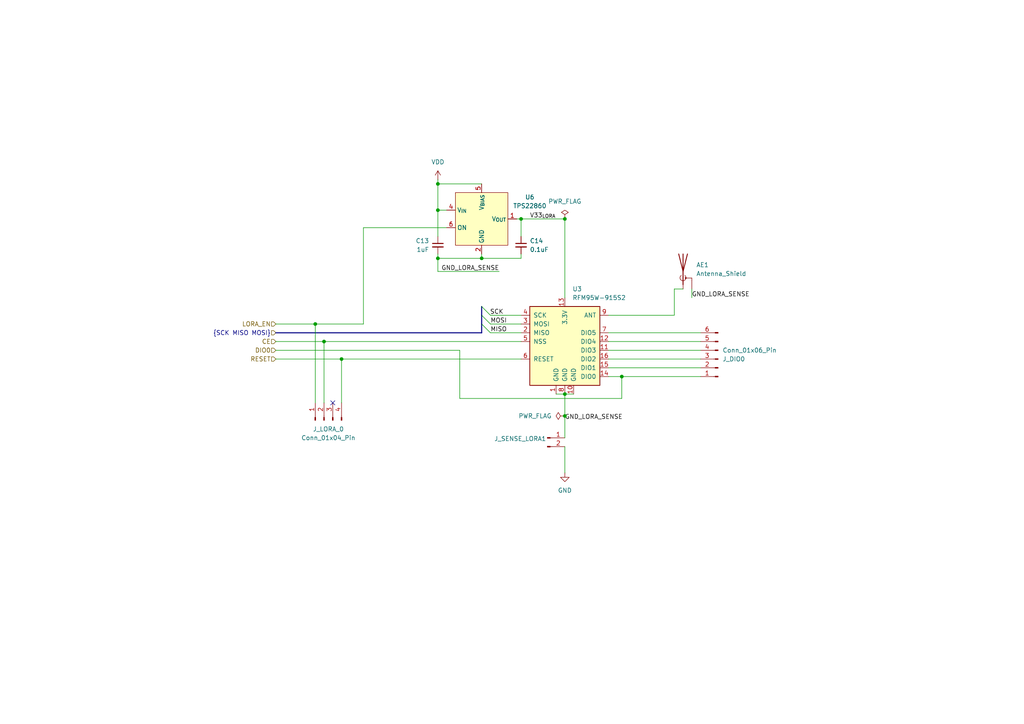
<source format=kicad_sch>
(kicad_sch (version 20231120) (generator "eeschema") (generator_version "8.0")
  (paper "A4")
  (lib_symbols
    (symbol "Connector:Conn_01x02_Pin" (pin_names (offset 1.016) hide)
      (property "Reference" "J" (at 0 2.54 0))
      (property "Value" "Conn_01x02_Pin" (at 0 -5.08 0))
      (symbol "Conn_01x02_Pin_1_1"
        (polyline (pts (xy 1.27 -2.54) (xy 0.8636 -2.54)) (stroke (width 0.1524)))
        (polyline (pts (xy 1.27 0) (xy 0.8636 0)) (stroke (width 0.1524)))
        (rectangle (start 0.8636 -2.413) (end 0 -2.667) (stroke (width 0.1524)) (fill (type outline)))
        (rectangle (start 0.8636 0.127) (end 0 -0.127) (stroke (width 0.1524)) (fill (type outline)))
        (pin passive line (at 5.08 0 180) (length 3.81) (name "Pin_1") (number "1"))
        (pin passive line (at 5.08 -2.54 180) (length 3.81) (name "Pin_2") (number "2"))
      )
    )
    (symbol "Connector:Conn_01x04_Pin" (pin_names (offset 1.016) hide)
      (property "Reference" "J" (at 0 5.08 0))
      (property "Value" "Conn_01x04_Pin" (at 0 -7.62 0))
      (symbol "Conn_01x04_Pin_1_1"
        (polyline (pts (xy 1.27 -5.08) (xy 0.8636 -5.08)) (stroke (width 0.1524)))
        (polyline (pts (xy 1.27 -2.54) (xy 0.8636 -2.54)) (stroke (width 0.1524)))
        (polyline (pts (xy 1.27 0) (xy 0.8636 0)) (stroke (width 0.1524)))
        (polyline (pts (xy 1.27 2.54) (xy 0.8636 2.54)) (stroke (width 0.1524)))
        (rectangle (start 0.8636 -4.953) (end 0 -5.207) (stroke (width 0.1524)) (fill (type outline)))
        (rectangle (start 0.8636 -2.413) (end 0 -2.667) (stroke (width 0.1524)) (fill (type outline)))
        (rectangle (start 0.8636 0.127) (end 0 -0.127) (stroke (width 0.1524)) (fill (type outline)))
        (rectangle (start 0.8636 2.667) (end 0 2.413) (stroke (width 0.1524)) (fill (type outline)))
        (pin passive line (at 5.08 2.54 180) (length 3.81) (name "Pin_1") (number "1"))
        (pin passive line (at 5.08 0 180) (length 3.81) (name "Pin_2") (number "2"))
        (pin passive line (at 5.08 -2.54 180) (length 3.81) (name "Pin_3") (number "3"))
        (pin passive line (at 5.08 -5.08 180) (length 3.81) (name "Pin_4") (number "4"))
      )
    )
    (symbol "Connector:Conn_01x06_Pin" (pin_names (offset 1.016) hide)
      (property "Reference" "J" (at 0 7.62 0))
      (property "Value" "Conn_01x06_Pin" (at 0 -10.16 0))
      (symbol "Conn_01x06_Pin_1_1"
        (polyline (pts (xy 1.27 -7.62) (xy 0.8636 -7.62)) (stroke (width 0.1524)))
        (polyline (pts (xy 1.27 -5.08) (xy 0.8636 -5.08)) (stroke (width 0.1524)))
        (polyline (pts (xy 1.27 -2.54) (xy 0.8636 -2.54)) (stroke (width 0.1524)))
        (polyline (pts (xy 1.27 0) (xy 0.8636 0)) (stroke (width 0.1524)))
        (polyline (pts (xy 1.27 2.54) (xy 0.8636 2.54)) (stroke (width 0.1524)))
        (polyline (pts (xy 1.27 5.08) (xy 0.8636 5.08)) (stroke (width 0.1524)))
        (rectangle (start 0.8636 -7.493) (end 0 -7.747) (stroke (width 0.1524)) (fill (type outline)))
        (rectangle (start 0.8636 -4.953) (end 0 -5.207) (stroke (width 0.1524)) (fill (type outline)))
        (rectangle (start 0.8636 -2.413) (end 0 -2.667) (stroke (width 0.1524)) (fill (type outline)))
        (rectangle (start 0.8636 0.127) (end 0 -0.127) (stroke (width 0.1524)) (fill (type outline)))
        (rectangle (start 0.8636 2.667) (end 0 2.413) (stroke (width 0.1524)) (fill (type outline)))
        (rectangle (start 0.8636 5.207) (end 0 4.953) (stroke (width 0.1524)) (fill (type outline)))
        (pin passive line (at 5.08 5.08 180) (length 3.81) (name "Pin_1") (number "1"))
        (pin passive line (at 5.08 2.54 180) (length 3.81) (name "Pin_2") (number "2"))
        (pin passive line (at 5.08 0 180) (length 3.81) (name "Pin_3") (number "3"))
        (pin passive line (at 5.08 -2.54 180) (length 3.81) (name "Pin_4") (number "4"))
        (pin passive line (at 5.08 -5.08 180) (length 3.81) (name "Pin_5") (number "5"))
        (pin passive line (at 5.08 -7.62 180) (length 3.81) (name "Pin_6") (number "6"))
      )
    )
    (symbol "Device:Antenna_Shield" (pin_numbers hide) (pin_names (offset 1.016) hide)
      (property "Reference" "AE" (at -1.905 4.445 0))
      (property "Value" "Antenna_Shield" (at -1.905 2.54 0))
      (symbol "Antenna_Shield_0_1"
        (arc (start -0.508 -1.143) (mid -0.8429 -2.1194) (end 0 -2.667))
        (arc (start 0 -2.667) (mid 0.7989 -2.1052) (end 0.508 -1.143))
        (polyline (pts (xy 0 -2.54) (xy 0 0)))
        (polyline (pts (xy 0 5.08) (xy 0 -3.81)) (stroke (width 0.254)))
        (polyline (pts (xy 0.762 -1.905) (xy 2.54 -1.905)))
        (polyline (pts (xy 2.54 -2.54) (xy 2.54 -1.905)))
        (polyline (pts (xy 1.27 5.08) (xy 0 0) (xy -1.27 5.08)) (stroke (width 0.254)))
        (circle (center 0.762 -1.905) (radius 0.1778) (fill (type outline)))
      )
      (symbol "Antenna_Shield_1_1"
        (pin input line (at 0 -5.08 90) (length 2.54) (name "A") (number "1"))
        (pin input line (at 2.54 -5.08 90) (length 2.54) (name "Shield") (number "2"))
      )
    )
    (symbol "Device:C_Small" (pin_numbers hide) (pin_names (offset 0.254) hide)
      (property "Reference" "C" (at 0.254 1.778 0))
      (property "Value" "C_Small" (at 0.254 -2.032 0))
      (symbol "C_Small_0_1"
        (polyline (pts (xy -1.524 -0.508) (xy 1.524 -0.508)) (stroke (width 0.3302)))
        (polyline (pts (xy -1.524 0.508) (xy 1.524 0.508)) (stroke (width 0.3048)))
      )
      (symbol "C_Small_1_1"
        (pin passive line (at 0 2.54 270) (length 2.032) (name "~") (number "1"))
        (pin passive line (at 0 -2.54 90) (length 2.032) (name "~") (number "2"))
      )
    )
    (symbol "Marcano_Voltage_Regulator:TPS22860"
      (property "Reference" "U" (at 0 0 0))
      (property "Value" "TPS22860" (at -7.62 12.7 0))
      (symbol "TPS22860_1_1"
        (rectangle (start -7.62 7.62) (end 7.62 -7.62) (fill (type background)))
        (pin passive line (at 10.16 0 180) (length 2.54) (name "V_{OUT}") (number "1"))
        (pin power_in line (at 0 -10.16 90) (length 2.54) (name "GND") (number "2"))
        (pin no_connect line (at 10.16 -2.54 180) (length 2.54) hide (name "") (number "3"))
        (pin passive line (at -10.16 2.54 0) (length 2.54) (name "V_{IN}") (number "4"))
        (pin power_in line (at 0 10.16 270) (length 2.54) (name "V_{BIAS}") (number "5"))
        (pin input line (at -10.16 -2.54 0) (length 2.54) (name "ON") (number "6"))
      )
    )
    (symbol "RF_Module:RFM95W-915S2" (pin_names (offset 1.016))
      (property "Reference" "U" (at -10.414 11.684 0))
      (property "Value" "RFM95W-915S2" (at 1.524 11.43 0))
      (symbol "RFM95W-915S2_0_1"
        (rectangle (start -10.16 10.16) (end 10.16 -12.7) (stroke (width 0.254)) (fill (type background)))
      )
      (symbol "RFM95W-915S2_1_1"
        (pin power_in line (at -2.54 -15.24 90) (length 2.54) (name "GND") (number "1"))
        (pin power_in line (at 2.54 -15.24 90) (length 2.54) (name "GND") (number "10"))
        (pin bidirectional line (at 12.7 -2.54 180) (length 2.54) (name "DIO3") (number "11"))
        (pin bidirectional line (at 12.7 0 180) (length 2.54) (name "DIO4") (number "12"))
        (pin power_in line (at 0 12.7 270) (length 2.54) (name "3.3V") (number "13"))
        (pin bidirectional line (at 12.7 -10.16 180) (length 2.54) (name "DIO0") (number "14"))
        (pin bidirectional line (at 12.7 -7.62 180) (length 2.54) (name "DIO1") (number "15"))
        (pin bidirectional line (at 12.7 -5.08 180) (length 2.54) (name "DIO2") (number "16"))
        (pin output line (at -12.7 2.54 0) (length 2.54) (name "MISO") (number "2"))
        (pin input line (at -12.7 5.08 0) (length 2.54) (name "MOSI") (number "3"))
        (pin input line (at -12.7 7.62 0) (length 2.54) (name "SCK") (number "4"))
        (pin input line (at -12.7 0 0) (length 2.54) (name "NSS") (number "5"))
        (pin bidirectional line (at -12.7 -5.08 0) (length 2.54) (name "RESET") (number "6"))
        (pin bidirectional line (at 12.7 2.54 180) (length 2.54) (name "DIO5") (number "7"))
        (pin power_in line (at 0 -15.24 90) (length 2.54) (name "GND") (number "8"))
        (pin bidirectional line (at 12.7 7.62 180) (length 2.54) (name "ANT") (number "9"))
      )
    )
    (symbol "power:GND" (power) (pin_numbers hide) (pin_names (offset 0) hide)
      (property "Value" "GND" (at 0 -3.81 0))
      (symbol "GND_0_1"
        (polyline (pts (xy 0 0) (xy 0 -1.27) (xy 1.27 -1.27) (xy 0 -2.54) (xy -1.27 -1.27) (xy 0 -1.27)))
      )
      (symbol "GND_1_1"
        (pin power_in line (at 0 0 270) (length 0) (name "~") (number "1"))
      )
    )
    (symbol "power:PWR_FLAG" (power) (pin_numbers hide) (pin_names (offset 0) hide)
      (property "Value" "PWR_FLAG" (at 0 3.81 0))
      (symbol "PWR_FLAG_0_0"
        (pin power_out line (at 0 0 90) (length 0) (name "~") (number "1"))
      )
      (symbol "PWR_FLAG_0_1"
        (polyline (pts (xy 0 0) (xy 0 1.27) (xy -1.016 1.905) (xy 0 2.54) (xy 1.016 1.905) (xy 0 1.27)))
      )
    )
    (symbol "power:VDD" (power) (pin_numbers hide) (pin_names (offset 0) hide)
      (property "Value" "VDD" (at 0 3.556 0))
      (symbol "VDD_0_1"
        (polyline (pts (xy -0.762 1.27) (xy 0 2.54)))
        (polyline (pts (xy 0 0) (xy 0 2.54)))
        (polyline (pts (xy 0 2.54) (xy 0.762 1.27)))
      )
      (symbol "VDD_1_1"
        (pin power_in line (at 0 0 90) (length 0) (name "~") (number "1"))
      )
    )
  )
  (junction (at 91.44 93.98))
  (junction (at 139.7 74.93))
  (junction (at 127 74.93))
  (junction (at 127 53.34))
  (junction (at 127 60.96))
  (junction (at 93.98 99.06))
  (junction (at 163.83 114.3))
  (junction (at 99.06 104.14))
  (junction (at 180.34 109.22))
  (junction (at 163.83 120.65))
  (junction (at 163.83 63.5))
  (junction (at 151.13 63.5))
  (no_connect (at 96.52 116.84))
  (bus_entry (at 139.7 88.9) (size 2.54 2.54))
  (bus_entry (at 139.7 93.98) (size 2.54 2.54))
  (bus_entry (at 139.7 91.44) (size 2.54 2.54))
  (wire (pts (xy 151.13 63.5) (xy 151.13 68.58)))
  (wire (pts (xy 133.35 115.57) (xy 180.34 115.57)))
  (wire (pts (xy 163.83 114.3) (xy 163.83 120.65)))
  (wire (pts (xy 127 52.07) (xy 127 53.34)))
  (wire (pts (xy 142.24 96.52) (xy 151.13 96.52)))
  (wire (pts (xy 180.34 109.22) (xy 176.53 109.22)))
  (wire (pts (xy 93.98 99.06) (xy 151.13 99.06)))
  (wire (pts (xy 176.53 96.52) (xy 203.2 96.52)))
  (wire (pts (xy 80.01 93.98) (xy 91.44 93.98)))
  (wire (pts (xy 142.24 91.44) (xy 151.13 91.44)))
  (wire (pts (xy 163.83 114.3) (xy 166.37 114.3)))
  (wire (pts (xy 127 53.34) (xy 139.7 53.34)))
  (wire (pts (xy 180.34 109.22) (xy 203.2 109.22)))
  (wire (pts (xy 180.34 115.57) (xy 180.34 109.22)))
  (wire (pts (xy 80.01 104.14) (xy 99.06 104.14)))
  (bus (pts (xy 139.7 88.9) (xy 139.7 91.44)))
  (wire (pts (xy 93.98 99.06) (xy 93.98 116.84)))
  (wire (pts (xy 151.13 73.66) (xy 151.13 74.93)))
  (wire (pts (xy 127 53.34) (xy 127 60.96)))
  (wire (pts (xy 176.53 106.68) (xy 203.2 106.68)))
  (wire (pts (xy 91.44 93.98) (xy 105.41 93.98)))
  (bus (pts (xy 139.7 96.52) (xy 139.7 93.98)))
  (wire (pts (xy 127 74.93) (xy 139.7 74.93)))
  (wire (pts (xy 195.58 83.82) (xy 198.12 83.82)))
  (wire (pts (xy 139.7 74.93) (xy 151.13 74.93)))
  (wire (pts (xy 99.06 104.14) (xy 99.06 116.84)))
  (wire (pts (xy 133.35 101.6) (xy 133.35 115.57)))
  (wire (pts (xy 151.13 63.5) (xy 163.83 63.5)))
  (wire (pts (xy 127 60.96) (xy 127 68.58)))
  (wire (pts (xy 91.44 93.98) (xy 91.44 116.84)))
  (wire (pts (xy 99.06 104.14) (xy 151.13 104.14)))
  (wire (pts (xy 127 60.96) (xy 129.54 60.96)))
  (wire (pts (xy 195.58 91.44) (xy 195.58 83.82)))
  (wire (pts (xy 200.66 83.82) (xy 200.66 86.36)))
  (wire (pts (xy 80.01 101.6) (xy 133.35 101.6)))
  (wire (pts (xy 149.86 63.5) (xy 151.13 63.5)))
  (wire (pts (xy 163.83 63.5) (xy 163.83 86.36)))
  (wire (pts (xy 163.83 120.65) (xy 163.83 127)))
  (wire (pts (xy 142.24 93.98) (xy 151.13 93.98)))
  (wire (pts (xy 105.41 66.04) (xy 129.54 66.04)))
  (wire (pts (xy 127 78.74) (xy 144.78 78.74)))
  (wire (pts (xy 161.29 114.3) (xy 163.83 114.3)))
  (wire (pts (xy 176.53 104.14) (xy 203.2 104.14)))
  (wire (pts (xy 127 74.93) (xy 127 73.66)))
  (wire (pts (xy 80.01 99.06) (xy 93.98 99.06)))
  (wire (pts (xy 127 74.93) (xy 127 78.74)))
  (wire (pts (xy 176.53 91.44) (xy 195.58 91.44)))
  (wire (pts (xy 176.53 99.06) (xy 203.2 99.06)))
  (bus (pts (xy 139.7 91.44) (xy 139.7 93.98)))
  (wire (pts (xy 176.53 101.6) (xy 203.2 101.6)))
  (wire (pts (xy 163.83 129.54) (xy 163.83 137.16)))
  (bus (pts (xy 80.01 96.52) (xy 139.7 96.52)))
  (wire (pts (xy 139.7 74.93) (xy 139.7 73.66)))
  (wire (pts (xy 105.41 93.98) (xy 105.41 66.04)))
  (label "MOSI" (at 142.24 93.98 0))
  (label "SCK" (at 146.05 91.44 180))
  (label "GND_LORA_SENSE" (at 163.83 121.92 0))
  (label "GND_LORA_SENSE" (at 144.78 78.74 180))
  (label "MISO" (at 142.24 96.52 0))
  (label "GND_LORA_SENSE" (at 200.66 86.36 0))
  (label "V33_{LORA}" (at 153.67 63.5 0))
  (hierarchical_label "{SCK MISO MOSI}" (shape input) (at 80.01 96.52 180))
  (hierarchical_label "CE" (shape input) (at 80.01 99.06 180))
  (hierarchical_label "DIO0" (shape input) (at 80.01 101.6 180))
  (hierarchical_label "LORA_EN" (shape input) (at 80.01 93.98 180))
  (hierarchical_label "RESET" (shape input) (at 80.01 104.14 180))
  (symbol (lib_id "power:VDD") (at 127 52.07 0) (unit 1)
    (property "Reference" "#PWR038" (effects (hide yes)))
    (property "Value" "VDD" (at 127 46.99 0))
    (property "Description" "Power symbol creates a global label with name \"VDD\"" (effects (hide yes)))
  )
  (symbol (lib_id "Connector:Conn_01x04_Pin") (at 93.98 121.92 90) (unit 1)
    (property "Reference" "J_LORA_0" (at 95.25 124.46 90))
    (property "Value" "Conn_01x04_Pin" (at 95.25 127 90))
    (property "Footprint" "Connector_PinHeader_2.54mm:PinHeader_1x04_P2.54mm_Vertical" (effects (hide yes)))
    (property "Description" "Generic connector, single row, 01x04, script generated" (effects (hide yes)))
  )
  (symbol (lib_id "RF_Module:RFM95W-915S2") (at 163.83 99.06 0) (unit 1)
    (property "Reference" "U3" (at 166.0241 83.82 0) (effects (justify left)))
    (property "Value" "RFM95W-915S2" (at 166.0241 86.36 0) (effects (justify left)))
    (property "Footprint" "RF_Module:HOPERF_RFM9XW_SMD" (effects (hide yes)))
    (property "Datasheet" "https://www.hoperf.com/data/upload/portal/20181127/5bfcbea20e9ef.pdf" (effects (hide yes)))
    (property "Description" "Low power long range transceiver module, SPI and parallel interface, 915 MHz, spreading factor 6 to12, bandwidth 7.8 to 500kHz, -111 to -148 dBm, SMD-16, DIP-16" (effects (hide yes)))
  )
  (symbol (lib_id "power:GND") (at 163.83 137.16 0) (unit 1)
    (property "Reference" "#PWR023" (effects (hide yes)))
    (property "Value" "GND" (at 163.83 142.24 0))
    (property "Description" "Power symbol creates a global label with name \"GND\" , ground" (effects (hide yes)))
  )
  (symbol (lib_id "power:PWR_FLAG") (at 163.83 120.65 90) (unit 1)
    (property "Reference" "#FLG08" (effects (hide yes)))
    (property "Value" "PWR_FLAG" (at 160.02 120.6499 90) (effects (justify left)))
    (property "Description" "Special symbol for telling ERC where power comes from" (effects (hide yes)))
  )
  (symbol (lib_id "Connector:Conn_01x02_Pin") (at 158.75 127 0) (unit 1)
    (property "Reference" "J_SENSE_LORA1" (at 150.876 127.254 0))
    (property "Value" "Conn_01x02_Pin" (effects (hide yes)))
    (property "Footprint" "Connector_PinHeader_2.54mm:PinHeader_1x02_P2.54mm_Vertical" (effects (hide yes)))
    (property "Description" "Generic connector, single row, 01x02, script generated" (effects (hide yes)))
  )
  (symbol (lib_id "Device:C_Small") (at 151.13 71.12 0) (unit 1)
    (property "Reference" "C14" (at 153.67 69.8562 0) (effects (justify left)))
    (property "Value" "0.1uF" (at 153.67 72.3962 0) (effects (justify left)))
    (property "Footprint" "Capacitor_SMD:C_0603_1608Metric_Pad1.08x0.95mm_HandSolder" (effects (hide yes)))
    (property "Description" "Unpolarized capacitor, small symbol" (effects (hide yes)))
  )
  (symbol (lib_id "power:PWR_FLAG") (at 163.83 63.5 0) (unit 1)
    (property "Reference" "#FLG07" (effects (hide yes)))
    (property "Value" "PWR_FLAG" (at 163.83 58.42 0))
    (property "Description" "Special symbol for telling ERC where power comes from" (effects (hide yes)))
  )
  (symbol (lib_id "Marcano_Voltage_Regulator:TPS22860") (at 139.7 63.5 0) (unit 1)
    (property "Reference" "U6" (at 153.67 57.1814 0))
    (property "Value" "TPS22860" (at 153.67 59.7214 0))
    (property "Footprint" "Package_TO_SOT_SMD:SOT-23-6" (effects (hide yes)))
    (property "Datasheet" "https://www.ti.com/lit/ds/symlink/tps22860.pdf" (effects (hide yes)))
    (property "Description" "Low leakage Power Switch" (effects (hide yes)))
    (property "PN" "TPS22860DBVR" (effects (hide yes)))
    (property "Digikey PN" "296-43982-1-ND " (effects (hide yes)))
  )
  (symbol (lib_id "Connector:Conn_01x06_Pin") (at 208.28 104.14 180) (unit 1)
    (property "Reference" "J_DIO0" (at 209.55 104.1401 0) (effects (justify right)))
    (property "Value" "Conn_01x06_Pin" (at 209.55 101.6001 0) (effects (justify right)))
    (property "Footprint" "Connector_PinHeader_2.54mm:PinHeader_1x06_P2.54mm_Vertical" (effects (hide yes)))
    (property "Description" "Generic connector, single row, 01x06, script generated" (effects (hide yes)))
  )
  (symbol (lib_id "Device:C_Small") (at 127 71.12 0) (mirror y) (unit 1)
    (property "Reference" "C13" (at 124.46 69.8562 0) (effects (justify left)))
    (property "Value" "1uF" (at 124.46 72.3962 0) (effects (justify left)))
    (property "Footprint" "Capacitor_SMD:C_0603_1608Metric_Pad1.08x0.95mm_HandSolder" (effects (hide yes)))
    (property "Description" "Unpolarized capacitor, small symbol" (effects (hide yes)))
  )
  (symbol (lib_id "Device:Antenna_Shield") (at 198.12 78.74 0) (unit 1)
    (property "Reference" "AE1" (at 201.93 76.8349 0) (effects (justify left)))
    (property "Value" "Antenna_Shield" (at 201.93 79.3749 0) (effects (justify left)))
    (property "Footprint" "0JV_CPM_Footprints:SMB_Jack_Vertical_RF2" (effects (hide yes)))
    (property "Datasheet" "https://app.adam-tech.com/products/download/data_sheet/219105/rf2-04a-t-00-50-g-data-sheet.pdf" (effects (hide yes)))
    (property "Description" "Antenna with extra pin for shielding" (effects (hide yes)))
    (property "Digikey PN" "2057-RF2-04A-T-00-50-G-ND" (effects (hide yes)))
  )
)
</source>
